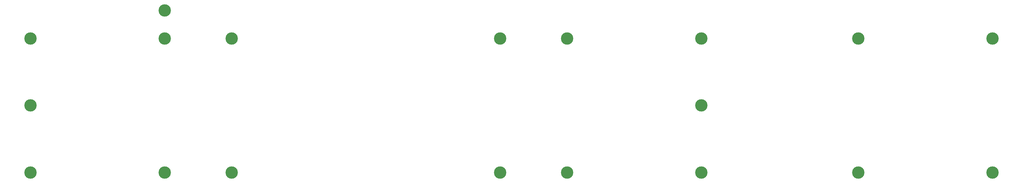
<source format=gbr>
G04 #@! TF.GenerationSoftware,KiCad,Pcbnew,(5.1.2-1)-1*
G04 #@! TF.CreationDate,2020-05-24T09:22:23-05:00*
G04 #@! TF.ProjectId,therick48.16_bottom_plate,74686572-6963-46b3-9438-2e31365f626f,rev?*
G04 #@! TF.SameCoordinates,Original*
G04 #@! TF.FileFunction,Copper,L2,Bot*
G04 #@! TF.FilePolarity,Positive*
%FSLAX46Y46*%
G04 Gerber Fmt 4.6, Leading zero omitted, Abs format (unit mm)*
G04 Created by KiCad (PCBNEW (5.1.2-1)-1) date 2020-05-24 09:22:23*
%MOMM*%
%LPD*%
G04 APERTURE LIST*
%ADD10C,3.500000*%
G04 APERTURE END LIST*
D10*
X103359728Y-45979879D03*
X255360000Y-91960000D03*
X255360000Y-53960000D03*
X198360000Y-91960000D03*
X198360000Y-53960000D03*
X122360000Y-91960000D03*
X122360000Y-53960000D03*
X65360000Y-91960000D03*
X65360000Y-53960000D03*
X337820000Y-53960000D03*
X337820000Y-91960000D03*
X299820000Y-91960000D03*
X299820000Y-53960000D03*
X255360000Y-72960000D03*
X217360000Y-91960000D03*
X217360000Y-53960000D03*
X103360000Y-91960000D03*
X103360000Y-53975000D03*
X65360000Y-72960000D03*
M02*

</source>
